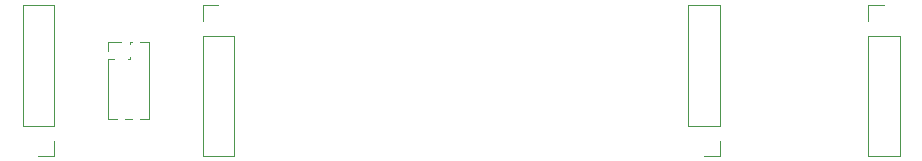
<source format=gbr>
G04 #@! TF.GenerationSoftware,KiCad,Pcbnew,(5.0.0)*
G04 #@! TF.CreationDate,2019-04-25T00:21:32-06:00*
G04 #@! TF.ProjectId,TC2050_adapter,5443323035305F616461707465722E6B,rev?*
G04 #@! TF.SameCoordinates,Original*
G04 #@! TF.FileFunction,Legend,Top*
G04 #@! TF.FilePolarity,Positive*
%FSLAX46Y46*%
G04 Gerber Fmt 4.6, Leading zero omitted, Abs format (unit mm)*
G04 Created by KiCad (PCBNEW (5.0.0)) date 04/25/19 00:21:32*
%MOMM*%
%LPD*%
G01*
G04 APERTURE LIST*
%ADD10C,0.120000*%
G04 APERTURE END LIST*
D10*
G04 #@! TO.C,J1*
X29270000Y-26610000D02*
X26610000Y-26610000D01*
X29270000Y-36830000D02*
X29270000Y-26610000D01*
X26610000Y-36830000D02*
X26610000Y-26610000D01*
X29270000Y-36830000D02*
X26610000Y-36830000D01*
X29270000Y-38100000D02*
X29270000Y-39430000D01*
X29270000Y-39430000D02*
X27940000Y-39430000D01*
G04 #@! TO.C,J2*
X33795000Y-36255000D02*
X34617470Y-36255000D01*
X36502530Y-36255000D02*
X37325000Y-36255000D01*
X35232530Y-36255000D02*
X35887470Y-36255000D01*
X33795000Y-31240000D02*
X33795000Y-36255000D01*
X37325000Y-29785000D02*
X37325000Y-36255000D01*
X33795000Y-31240000D02*
X34361529Y-31240000D01*
X35488471Y-31240000D02*
X35631529Y-31240000D01*
X35685000Y-31186529D02*
X35685000Y-31043471D01*
X35685000Y-29916529D02*
X35685000Y-29785000D01*
X35685000Y-29785000D02*
X35887470Y-29785000D01*
X36502530Y-29785000D02*
X37325000Y-29785000D01*
X33795000Y-30480000D02*
X33795000Y-29720000D01*
X33795000Y-29720000D02*
X34925000Y-29720000D01*
G04 #@! TO.C,J3*
X41850000Y-26610000D02*
X43180000Y-26610000D01*
X41850000Y-27940000D02*
X41850000Y-26610000D01*
X41850000Y-29210000D02*
X44510000Y-29210000D01*
X44510000Y-29210000D02*
X44510000Y-39430000D01*
X41850000Y-29210000D02*
X41850000Y-39430000D01*
X41850000Y-39430000D02*
X44510000Y-39430000D01*
G04 #@! TO.C,J4*
X98222017Y-26630885D02*
X99552017Y-26630885D01*
X98222017Y-27960885D02*
X98222017Y-26630885D01*
X98222017Y-29230885D02*
X100882017Y-29230885D01*
X100882017Y-29230885D02*
X100882017Y-39450885D01*
X98222017Y-29230885D02*
X98222017Y-39450885D01*
X98222017Y-39450885D02*
X100882017Y-39450885D01*
G04 #@! TO.C,J6*
X85642018Y-26630885D02*
X82982018Y-26630885D01*
X85642018Y-36850885D02*
X85642018Y-26630885D01*
X82982018Y-36850885D02*
X82982018Y-26630885D01*
X85642018Y-36850885D02*
X82982018Y-36850885D01*
X85642018Y-38120885D02*
X85642018Y-39450885D01*
X85642018Y-39450885D02*
X84312018Y-39450885D01*
G04 #@! TD*
M02*

</source>
